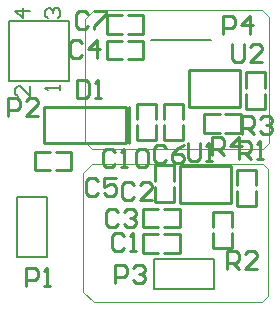
<source format=gto>
G04 Layer_Color=65535*
%FSLAX25Y25*%
%MOIN*%
G70*
G01*
G75*
%ADD21C,0.00787*%
%ADD22C,0.00394*%
%ADD23C,0.01000*%
%ADD24C,0.00800*%
D21*
X337000Y321000D02*
Y341000D01*
Y321000D02*
X347000D01*
Y341000D01*
X337000D02*
X347000D01*
X382658Y320220D02*
X402658D01*
X382658Y310221D02*
Y320220D01*
Y310221D02*
X402658D01*
Y320220D01*
X354398Y379528D02*
Y399528D01*
X334398D02*
X354398D01*
X334398Y379528D02*
X354398D01*
X334398D02*
Y399528D01*
X381713Y393504D02*
X401713D01*
D22*
X359000Y349000D02*
X362000Y352000D01*
X359000Y309500D02*
Y349000D01*
Y309500D02*
X362500Y306000D01*
X418500D01*
X420500Y308000D01*
Y350500D01*
X419000Y352000D02*
X420500Y350500D01*
X362000Y352000D02*
X419000D01*
X359500Y359500D02*
X362000Y357000D01*
X359500Y359500D02*
Y400500D01*
X362500Y403500D01*
X418500D01*
X421000Y401000D01*
Y359000D02*
Y401000D01*
X419000Y357000D02*
X421000Y359000D01*
X362000Y357000D02*
X419000D01*
D23*
X376850Y359850D02*
Y364968D01*
Y359850D02*
X383150D01*
Y364968D01*
Y366937D02*
Y371661D01*
Y372055D01*
X376850D02*
X383150D01*
X376850Y366937D02*
Y372055D01*
X410350Y344937D02*
Y350055D01*
X416650D01*
Y349661D02*
Y350055D01*
Y344937D02*
Y349661D01*
Y337850D02*
Y342969D01*
X410350Y337850D02*
X416650D01*
X410350D02*
Y342969D01*
X391350Y339158D02*
X408280D01*
X391350D02*
Y351362D01*
X408280D01*
Y339158D02*
Y351362D01*
X402350Y330937D02*
Y336055D01*
X408650D01*
Y335661D02*
Y336055D01*
Y330937D02*
Y335661D01*
Y323850D02*
Y328969D01*
X402350Y323850D02*
X408650D01*
X402350D02*
Y328969D01*
X386032Y328650D02*
X391150D01*
Y322350D02*
Y328650D01*
X390756Y322350D02*
X391150D01*
X386032D02*
X390756D01*
X378945D02*
X384063D01*
X378945D02*
Y328650D01*
X384063D01*
X386032Y337150D02*
X391150D01*
Y330850D02*
Y337150D01*
X390756Y330850D02*
X391150D01*
X386032D02*
X390756D01*
X378945D02*
X384063D01*
X378945D02*
Y337150D01*
X384063D01*
X382850Y346437D02*
Y351555D01*
X389150D01*
Y351161D02*
Y351555D01*
Y346437D02*
Y351161D01*
Y339350D02*
Y344468D01*
X382850Y339350D02*
X389150D01*
X382850D02*
Y344468D01*
X406437Y368650D02*
X411555D01*
Y362350D02*
Y368650D01*
X411161Y362350D02*
X411555D01*
X406437D02*
X411161D01*
X399350D02*
X404468D01*
X399350D02*
Y368650D01*
X404468D01*
X373937Y401650D02*
X379055D01*
Y395350D02*
Y401650D01*
X378661Y395350D02*
X379055D01*
X373937D02*
X378661D01*
X366850D02*
X371969D01*
X366850D02*
Y401650D01*
X371969D01*
X413350Y377437D02*
Y382555D01*
X419650D01*
Y382161D02*
Y382555D01*
Y377437D02*
Y382161D01*
Y370350D02*
Y375468D01*
X413350Y370350D02*
X419650D01*
X413350D02*
Y375468D01*
X394350Y371158D02*
X411279D01*
X394350D02*
Y383362D01*
X411279D01*
Y371158D02*
Y383362D01*
X385850Y366937D02*
Y372055D01*
X392150D01*
Y371661D02*
Y372055D01*
Y366937D02*
Y371661D01*
Y359850D02*
Y364968D01*
X385850Y359850D02*
X392150D01*
X385850D02*
Y364968D01*
X373937Y393150D02*
X379055D01*
Y386850D02*
Y393150D01*
X378661Y386850D02*
X379055D01*
X373937D02*
X378661D01*
X366850D02*
X371969D01*
X366850D02*
Y393150D01*
X371969D01*
X373406Y359095D02*
Y370905D01*
X346240D02*
X373406D01*
X345847D02*
X346240D01*
X345847Y359095D02*
Y370905D01*
Y359095D02*
X373406D01*
X374193D02*
Y370905D01*
X349937Y356150D02*
X355055D01*
Y349850D02*
Y356150D01*
X354661Y349850D02*
X355055D01*
X349937D02*
X354661D01*
X342850D02*
X347969D01*
X342850D02*
Y356150D01*
X347969D01*
X369499Y355998D02*
X368499Y356998D01*
X366500D01*
X365500Y355998D01*
Y352000D01*
X366500Y351000D01*
X368499D01*
X369499Y352000D01*
X371498Y351000D02*
X373497D01*
X372498D01*
Y356998D01*
X371498Y355998D01*
X376496D02*
X377496Y356998D01*
X379496D01*
X380495Y355998D01*
Y352000D01*
X379496Y351000D01*
X377496D01*
X376496Y352000D01*
Y355998D01*
X372499Y327998D02*
X371499Y328998D01*
X369500D01*
X368500Y327998D01*
Y324000D01*
X369500Y323000D01*
X371499D01*
X372499Y324000D01*
X374498Y323000D02*
X376497D01*
X375498D01*
Y328998D01*
X374498Y327998D01*
X375999Y344998D02*
X374999Y345998D01*
X373000D01*
X372000Y344998D01*
Y341000D01*
X373000Y340000D01*
X374999D01*
X375999Y341000D01*
X381997Y340000D02*
X377998D01*
X381997Y343999D01*
Y344998D01*
X380997Y345998D01*
X378998D01*
X377998Y344998D01*
X370499Y335998D02*
X369499Y336998D01*
X367500D01*
X366500Y335998D01*
Y332000D01*
X367500Y331000D01*
X369499D01*
X370499Y332000D01*
X372498Y335998D02*
X373498Y336998D01*
X375497D01*
X376497Y335998D01*
Y334999D01*
X375497Y333999D01*
X374497D01*
X375497D01*
X376497Y332999D01*
Y332000D01*
X375497Y331000D01*
X373498D01*
X372498Y332000D01*
X358499Y392498D02*
X357499Y393498D01*
X355500D01*
X354500Y392498D01*
Y388500D01*
X355500Y387500D01*
X357499D01*
X358499Y388500D01*
X363497Y387500D02*
Y393498D01*
X360498Y390499D01*
X364497D01*
X363999Y346498D02*
X362999Y347498D01*
X361000D01*
X360000Y346498D01*
Y342500D01*
X361000Y341500D01*
X362999D01*
X363999Y342500D01*
X369997Y347498D02*
X365998D01*
Y344499D01*
X367997Y345499D01*
X368997D01*
X369997Y344499D01*
Y342500D01*
X368997Y341500D01*
X366998D01*
X365998Y342500D01*
X386499Y357498D02*
X385499Y358498D01*
X383500D01*
X382500Y357498D01*
Y353500D01*
X383500Y352500D01*
X385499D01*
X386499Y353500D01*
X392497Y358498D02*
X390497Y357498D01*
X388498Y355499D01*
Y353500D01*
X389498Y352500D01*
X391497D01*
X392497Y353500D01*
Y354499D01*
X391497Y355499D01*
X388498D01*
X360499Y401998D02*
X359499Y402998D01*
X357500D01*
X356500Y401998D01*
Y398000D01*
X357500Y397000D01*
X359499D01*
X360499Y398000D01*
X362498Y402998D02*
X366497D01*
Y401998D01*
X362498Y398000D01*
Y397000D01*
X357000Y379998D02*
Y374000D01*
X359999D01*
X360999Y375000D01*
Y378998D01*
X359999Y379998D01*
X357000D01*
X362998Y374000D02*
X364997D01*
X363998D01*
Y379998D01*
X362998Y378998D01*
X340000Y311500D02*
Y317498D01*
X342999D01*
X343999Y316498D01*
Y314499D01*
X342999Y313499D01*
X340000D01*
X345998Y311500D02*
X347997D01*
X346998D01*
Y317498D01*
X345998Y316498D01*
X410900Y353600D02*
Y359598D01*
X413899D01*
X414899Y358598D01*
Y356599D01*
X413899Y355599D01*
X410900D01*
X412899D02*
X414899Y353600D01*
X416898D02*
X418897D01*
X417898D01*
Y359598D01*
X416898Y358598D01*
X407000Y317000D02*
Y322998D01*
X409999D01*
X410999Y321998D01*
Y319999D01*
X409999Y318999D01*
X407000D01*
X408999D02*
X410999Y317000D01*
X416997D02*
X412998D01*
X416997Y320999D01*
Y321998D01*
X415997Y322998D01*
X413998D01*
X412998Y321998D01*
X412000Y362000D02*
Y367998D01*
X414999D01*
X415999Y366998D01*
Y364999D01*
X414999Y363999D01*
X412000D01*
X413999D02*
X415999Y362000D01*
X417998Y366998D02*
X418998Y367998D01*
X420997D01*
X421997Y366998D01*
Y365999D01*
X420997Y364999D01*
X419997D01*
X420997D01*
X421997Y363999D01*
Y363000D01*
X420997Y362000D01*
X418998D01*
X417998Y363000D01*
X402000Y355000D02*
Y360998D01*
X404999D01*
X405999Y359998D01*
Y357999D01*
X404999Y356999D01*
X402000D01*
X403999D02*
X405999Y355000D01*
X410997D02*
Y360998D01*
X407998Y357999D01*
X411997D01*
X394000Y358998D02*
Y354000D01*
X395000Y353000D01*
X396999D01*
X397999Y354000D01*
Y358998D01*
X399998Y353000D02*
X401997D01*
X400998D01*
Y358998D01*
X399998Y357998D01*
X408500Y391998D02*
Y387000D01*
X409500Y386000D01*
X411499D01*
X412499Y387000D01*
Y391998D01*
X418497Y386000D02*
X414498D01*
X418497Y389999D01*
Y390998D01*
X417497Y391998D01*
X415498D01*
X414498Y390998D01*
X334000Y368000D02*
Y373998D01*
X336999D01*
X337999Y372998D01*
Y370999D01*
X336999Y369999D01*
X334000D01*
X343997Y368000D02*
X339998D01*
X343997Y371999D01*
Y372998D01*
X342997Y373998D01*
X340998D01*
X339998Y372998D01*
X405500Y395500D02*
Y401498D01*
X408499D01*
X409499Y400498D01*
Y398499D01*
X408499Y397499D01*
X405500D01*
X414497Y395500D02*
Y401498D01*
X411498Y398499D01*
X415497D01*
X369657Y312221D02*
Y318218D01*
X372656D01*
X373656Y317219D01*
Y315219D01*
X372656Y314220D01*
X369657D01*
X375656Y317219D02*
X376655Y318218D01*
X378655D01*
X379654Y317219D01*
Y316219D01*
X378655Y315219D01*
X377655D01*
X378655D01*
X379654Y314220D01*
Y313220D01*
X378655Y312221D01*
X376655D01*
X375656Y313220D01*
D24*
X347232Y400528D02*
X346399Y401361D01*
Y403027D01*
X347232Y403860D01*
X348065D01*
X348899Y403027D01*
Y402194D01*
Y403027D01*
X349731Y403860D01*
X350565D01*
X351398Y403027D01*
Y401361D01*
X350565Y400528D01*
X341398Y403027D02*
X336399D01*
X338898Y400528D01*
Y403860D01*
X341398Y377860D02*
Y374528D01*
X338065Y377860D01*
X337232D01*
X336399Y377027D01*
Y375361D01*
X337232Y374528D01*
X351398Y376528D02*
Y378194D01*
Y377361D01*
X346399D01*
X347232Y376528D01*
M02*

</source>
